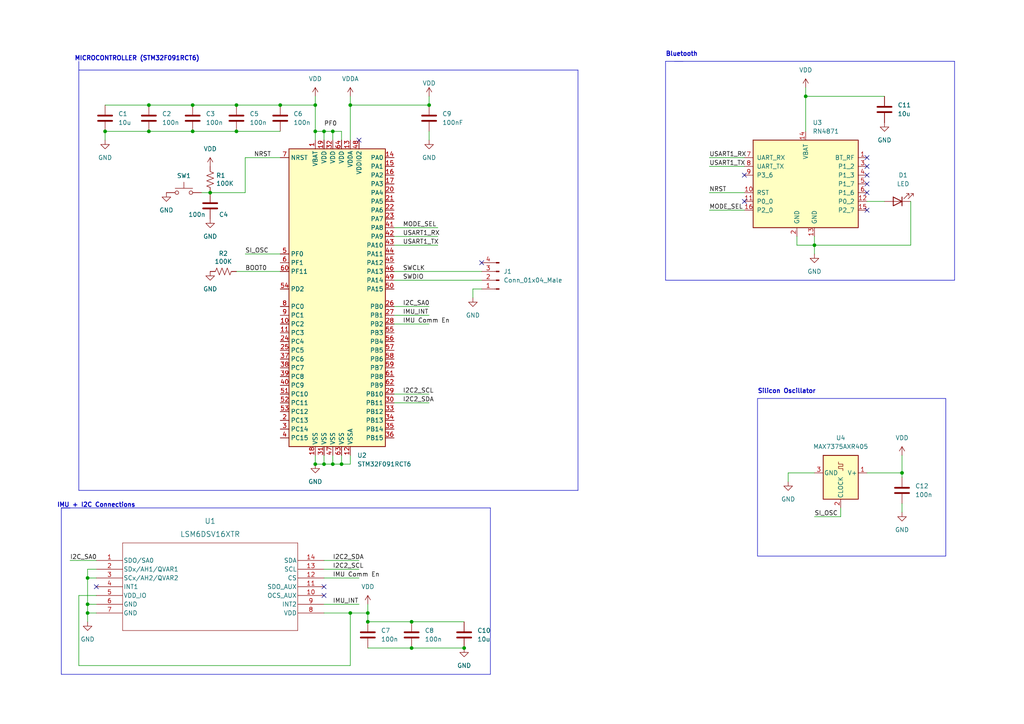
<source format=kicad_sch>
(kicad_sch (version 20230121) (generator eeschema)
  (paper "A4")
  (lib_symbols
    (symbol "Connector:Conn_01x04_Male" (pin_names (offset 1.016) hide)
      (property "Reference" "J" (at 0 5.08 0))
      (property "Value" "Conn_01x04_Male" (at 0 -7.62 0))
      (symbol "Conn_01x04_Male_1_1"
        (polyline (pts (xy 1.27 -5.08) (xy 0.8636 -5.08)) (stroke (width 0.1524)))
        (polyline (pts (xy 1.27 -2.54) (xy 0.8636 -2.54)) (stroke (width 0.1524)))
        (polyline (pts (xy 1.27 0) (xy 0.8636 0)) (stroke (width 0.1524)))
        (polyline (pts (xy 1.27 2.54) (xy 0.8636 2.54)) (stroke (width 0.1524)))
        (rectangle (start 0.8636 -4.953) (end 0 -5.207) (stroke (width 0.1524)) (fill (type outline)))
        (rectangle (start 0.8636 -2.413) (end 0 -2.667) (stroke (width 0.1524)) (fill (type outline)))
        (rectangle (start 0.8636 0.127) (end 0 -0.127) (stroke (width 0.1524)) (fill (type outline)))
        (rectangle (start 0.8636 2.667) (end 0 2.413) (stroke (width 0.1524)) (fill (type outline)))
        (pin passive line (at 5.08 2.54 180) (length 3.81) (name "Pin_1") (number "1"))
        (pin passive line (at 5.08 0 180) (length 3.81) (name "Pin_2") (number "2"))
        (pin passive line (at 5.08 -2.54 180) (length 3.81) (name "Pin_3") (number "3"))
        (pin passive line (at 5.08 -5.08 180) (length 3.81) (name "Pin_4") (number "4"))
      )
    )
    (symbol "Device:C" (pin_numbers hide) (pin_names (offset 0.254))
      (property "Reference" "C" (at 0.635 2.54 0))
      (property "Value" "C" (at 0.635 -2.54 0))
      (symbol "C_0_1"
        (polyline (pts (xy -2.032 -0.762) (xy 2.032 -0.762)) (stroke (width 0.508)))
        (polyline (pts (xy -2.032 0.762) (xy 2.032 0.762)) (stroke (width 0.508)))
      )
      (symbol "C_1_1"
        (pin passive line (at 0 3.81 270) (length 2.794) (name "~") (number "1"))
        (pin passive line (at 0 -3.81 90) (length 2.794) (name "~") (number "2"))
      )
    )
    (symbol "Device:LED" (pin_numbers hide) (pin_names (offset 1.016) hide)
      (property "Reference" "D" (at 0 2.54 0))
      (property "Value" "LED" (at 0 -2.54 0))
      (symbol "LED_0_1"
        (polyline (pts (xy -1.27 -1.27) (xy -1.27 1.27)) (stroke (width 0.254)))
        (polyline (pts (xy -1.27 0) (xy 1.27 0)))
        (polyline (pts (xy 1.27 -1.27) (xy 1.27 1.27) (xy -1.27 0) (xy 1.27 -1.27)) (stroke (width 0.254)))
        (polyline (pts (xy -3.048 -0.762) (xy -4.572 -2.286) (xy -3.81 -2.286) (xy -4.572 -2.286) (xy -4.572 -1.524)))
        (polyline (pts (xy -1.778 -0.762) (xy -3.302 -2.286) (xy -2.54 -2.286) (xy -3.302 -2.286) (xy -3.302 -1.524)))
      )
      (symbol "LED_1_1"
        (pin passive line (at -3.81 0 0) (length 2.54) (name "K") (number "1"))
        (pin passive line (at 3.81 0 180) (length 2.54) (name "A") (number "2"))
      )
    )
    (symbol "Device:R_US" (pin_numbers hide) (pin_names (offset 0))
      (property "Reference" "R" (at 2.54 0 90))
      (property "Value" "R_US" (at -2.54 0 90))
      (symbol "R_US_0_1"
        (polyline (pts (xy 0 -2.286) (xy 0 -2.54)))
        (polyline (pts (xy 0 2.286) (xy 0 2.54)))
        (polyline (pts (xy 0 -0.762) (xy 1.016 -1.143) (xy 0 -1.524) (xy -1.016 -1.905) (xy 0 -2.286)))
        (polyline (pts (xy 0 0.762) (xy 1.016 0.381) (xy 0 0) (xy -1.016 -0.381) (xy 0 -0.762)))
        (polyline (pts (xy 0 2.286) (xy 1.016 1.905) (xy 0 1.524) (xy -1.016 1.143) (xy 0 0.762)))
      )
      (symbol "R_US_1_1"
        (pin passive line (at 0 3.81 270) (length 1.27) (name "~") (number "1"))
        (pin passive line (at 0 -3.81 90) (length 1.27) (name "~") (number "2"))
      )
    )
    (symbol "GND_1" (power) (pin_names (offset 0))
      (property "Value" "GND_1" (at 0 -3.81 0))
      (symbol "GND_1_0_1"
        (polyline (pts (xy 0 0) (xy 0 -1.27) (xy 1.27 -1.27) (xy 0 -2.54) (xy -1.27 -1.27) (xy 0 -1.27)))
      )
      (symbol "GND_1_1_1"
        (pin power_in line (at 0 0 270) (length 0) hide (name "GND") (number "1"))
      )
    )
    (symbol "LSM6DSV16XTR:LSM6DSV16XTR" (pin_names (offset 0.254))
      (property "Reference" "U" (at 33.02 10.16 0))
      (property "Value" "LSM6DSV16XTR" (at 33.02 7.62 0))
      (symbol "LSM6DSV16XTR_0_1"
        (polyline (pts (xy 7.62 -20.32) (xy 58.42 -20.32)) (stroke (width 0.127)))
        (polyline (pts (xy 7.62 5.08) (xy 7.62 -20.32)) (stroke (width 0.127)))
        (polyline (pts (xy 58.42 -20.32) (xy 58.42 5.08)) (stroke (width 0.127)))
        (polyline (pts (xy 58.42 5.08) (xy 7.62 5.08)) (stroke (width 0.127)))
        (pin unspecified line (at 0 0 0) (length 7.62) (name "SDO/SA0") (number "1"))
        (pin unspecified line (at 66.04 -10.16 180) (length 7.62) (name "OCS_AUX") (number "10"))
        (pin unspecified line (at 66.04 -7.62 180) (length 7.62) (name "SDO_AUX") (number "11"))
        (pin unspecified line (at 66.04 -5.08 180) (length 7.62) (name "CS") (number "12"))
        (pin unspecified line (at 66.04 -2.54 180) (length 7.62) (name "SCL") (number "13"))
        (pin unspecified line (at 66.04 0 180) (length 7.62) (name "SDA") (number "14"))
        (pin unspecified line (at 0 -2.54 0) (length 7.62) (name "SDx/AH1/QVAR1") (number "2"))
        (pin unspecified line (at 0 -5.08 0) (length 7.62) (name "SCx/AH2/QVAR2") (number "3"))
        (pin input line (at 0 -7.62 0) (length 7.62) (name "INT1") (number "4"))
        (pin power_in line (at 0 -10.16 0) (length 7.62) (name "VDD_IO") (number "5"))
        (pin power_out line (at 0 -12.7 0) (length 7.62) (name "GND") (number "6"))
        (pin power_out line (at 0 -15.24 0) (length 7.62) (name "GND") (number "7"))
        (pin power_in line (at 66.04 -15.24 180) (length 7.62) (name "VDD") (number "8"))
        (pin input line (at 66.04 -12.7 180) (length 7.62) (name "INT2") (number "9"))
      )
    )
    (symbol "MCU_ST_STM32F0:STM32F091RCTx"
      (property "Reference" "U" (at -15.24 44.45 0))
      (property "Value" "STM32F091RCTx" (at 7.62 44.45 0))
      (symbol "STM32F091RCTx_0_1"
        (rectangle (start -15.24 -43.18) (end 12.7 43.18) (stroke (width 0.254)) (fill (type background)))
      )
      (symbol "STM32F091RCTx_1_1"
        (pin power_in line (at -7.62 45.72 270) (length 2.54) (name "VBAT") (number "1"))
        (pin bidirectional line (at -17.78 -7.62 0) (length 2.54) (name "PC2") (number "10"))
        (pin bidirectional line (at -17.78 -10.16 0) (length 2.54) (name "PC3") (number "11"))
        (pin power_in line (at 2.54 -45.72 90) (length 2.54) (name "VSSA") (number "12"))
        (pin power_in line (at 2.54 45.72 270) (length 2.54) (name "VDDA") (number "13"))
        (pin bidirectional line (at 15.24 40.64 180) (length 2.54) (name "PA0") (number "14"))
        (pin bidirectional line (at 15.24 38.1 180) (length 2.54) (name "PA1") (number "15"))
        (pin bidirectional line (at 15.24 35.56 180) (length 2.54) (name "PA2") (number "16"))
        (pin bidirectional line (at 15.24 33.02 180) (length 2.54) (name "PA3") (number "17"))
        (pin power_in line (at -7.62 -45.72 90) (length 2.54) (name "VSS") (number "18"))
        (pin power_in line (at -5.08 45.72 270) (length 2.54) (name "VDD") (number "19"))
        (pin bidirectional line (at -17.78 -35.56 0) (length 2.54) (name "PC13") (number "2"))
        (pin bidirectional line (at 15.24 30.48 180) (length 2.54) (name "PA4") (number "20"))
        (pin bidirectional line (at 15.24 27.94 180) (length 2.54) (name "PA5") (number "21"))
        (pin bidirectional line (at 15.24 25.4 180) (length 2.54) (name "PA6") (number "22"))
        (pin bidirectional line (at 15.24 22.86 180) (length 2.54) (name "PA7") (number "23"))
        (pin bidirectional line (at -17.78 -12.7 0) (length 2.54) (name "PC4") (number "24"))
        (pin bidirectional line (at -17.78 -15.24 0) (length 2.54) (name "PC5") (number "25"))
        (pin bidirectional line (at 15.24 -2.54 180) (length 2.54) (name "PB0") (number "26"))
        (pin bidirectional line (at 15.24 -5.08 180) (length 2.54) (name "PB1") (number "27"))
        (pin bidirectional line (at 15.24 -7.62 180) (length 2.54) (name "PB2") (number "28"))
        (pin bidirectional line (at 15.24 -27.94 180) (length 2.54) (name "PB10") (number "29"))
        (pin bidirectional line (at -17.78 -38.1 0) (length 2.54) (name "PC14") (number "3"))
        (pin bidirectional line (at 15.24 -30.48 180) (length 2.54) (name "PB11") (number "30"))
        (pin power_in line (at -5.08 -45.72 90) (length 2.54) (name "VSS") (number "31"))
        (pin power_in line (at -2.54 45.72 270) (length 2.54) (name "VDD") (number "32"))
        (pin bidirectional line (at 15.24 -33.02 180) (length 2.54) (name "PB12") (number "33"))
        (pin bidirectional line (at 15.24 -35.56 180) (length 2.54) (name "PB13") (number "34"))
        (pin bidirectional line (at 15.24 -38.1 180) (length 2.54) (name "PB14") (number "35"))
        (pin bidirectional line (at 15.24 -40.64 180) (length 2.54) (name "PB15") (number "36"))
        (pin bidirectional line (at -17.78 -17.78 0) (length 2.54) (name "PC6") (number "37"))
        (pin bidirectional line (at -17.78 -20.32 0) (length 2.54) (name "PC7") (number "38"))
        (pin bidirectional line (at -17.78 -22.86 0) (length 2.54) (name "PC8") (number "39"))
        (pin bidirectional line (at -17.78 -40.64 0) (length 2.54) (name "PC15") (number "4"))
        (pin bidirectional line (at -17.78 -25.4 0) (length 2.54) (name "PC9") (number "40"))
        (pin bidirectional line (at 15.24 20.32 180) (length 2.54) (name "PA8") (number "41"))
        (pin bidirectional line (at 15.24 17.78 180) (length 2.54) (name "PA9") (number "42"))
        (pin bidirectional line (at 15.24 15.24 180) (length 2.54) (name "PA10") (number "43"))
        (pin bidirectional line (at 15.24 12.7 180) (length 2.54) (name "PA11") (number "44"))
        (pin bidirectional line (at 15.24 10.16 180) (length 2.54) (name "PA12") (number "45"))
        (pin bidirectional line (at 15.24 7.62 180) (length 2.54) (name "PA13") (number "46"))
        (pin power_in line (at -2.54 -45.72 90) (length 2.54) (name "VSS") (number "47"))
        (pin power_in line (at 5.08 45.72 270) (length 2.54) (name "VDDIO2") (number "48"))
        (pin bidirectional line (at 15.24 5.08 180) (length 2.54) (name "PA14") (number "49"))
        (pin input line (at -17.78 12.7 0) (length 2.54) (name "PF0") (number "5"))
        (pin bidirectional line (at 15.24 2.54 180) (length 2.54) (name "PA15") (number "50"))
        (pin bidirectional line (at -17.78 -27.94 0) (length 2.54) (name "PC10") (number "51"))
        (pin bidirectional line (at -17.78 -30.48 0) (length 2.54) (name "PC11") (number "52"))
        (pin bidirectional line (at -17.78 -33.02 0) (length 2.54) (name "PC12") (number "53"))
        (pin bidirectional line (at -17.78 2.54 0) (length 2.54) (name "PD2") (number "54"))
        (pin bidirectional line (at 15.24 -10.16 180) (length 2.54) (name "PB3") (number "55"))
        (pin bidirectional line (at 15.24 -12.7 180) (length 2.54) (name "PB4") (number "56"))
        (pin bidirectional line (at 15.24 -15.24 180) (length 2.54) (name "PB5") (number "57"))
        (pin bidirectional line (at 15.24 -17.78 180) (length 2.54) (name "PB6") (number "58"))
        (pin bidirectional line (at 15.24 -20.32 180) (length 2.54) (name "PB7") (number "59"))
        (pin input line (at -17.78 10.16 0) (length 2.54) (name "PF1") (number "6"))
        (pin bidirectional line (at -17.78 7.62 0) (length 2.54) (name "PF11") (number "60"))
        (pin bidirectional line (at 15.24 -22.86 180) (length 2.54) (name "PB8") (number "61"))
        (pin bidirectional line (at 15.24 -25.4 180) (length 2.54) (name "PB9") (number "62"))
        (pin power_in line (at 0 -45.72 90) (length 2.54) (name "VSS") (number "63"))
        (pin power_in line (at 0 45.72 270) (length 2.54) (name "VDD") (number "64"))
        (pin input line (at -17.78 40.64 0) (length 2.54) (name "NRST") (number "7"))
        (pin bidirectional line (at -17.78 -2.54 0) (length 2.54) (name "PC0") (number "8"))
        (pin bidirectional line (at -17.78 -5.08 0) (length 2.54) (name "PC1") (number "9"))
      )
    )
    (symbol "Oscillator:MAX7375AXR405" (pin_names (offset 0.254))
      (property "Reference" "U" (at -2.54 6.35 0))
      (property "Value" "MAX7375AXR405" (at 1.27 -6.35 0))
      (symbol "MAX7375AXR405_0_1"
        (rectangle (start -5.08 5.08) (end 7.62 -5.08) (stroke (width 0.254)) (fill (type background)))
        (polyline (pts (xy -3.175 -0.635) (xy -2.54 -0.635) (xy -2.54 0.635) (xy -1.905 0.635) (xy -1.905 -0.635) (xy -1.27 -0.635) (xy -1.27 0.635) (xy -0.635 0.635)))
      )
      (symbol "MAX7375AXR405_1_1"
        (pin power_in line (at 0 7.62 270) (length 2.54) (name "V+") (number "1"))
        (pin output line (at 10.16 0 180) (length 2.54) (name "CLOCK") (number "2"))
        (pin power_in line (at 0 -7.62 90) (length 2.54) (name "GND") (number "3"))
      )
    )
    (symbol "RF_Bluetooth:RN4871" (pin_names (offset 1.016))
      (property "Reference" "U" (at -12.7 13.97 0))
      (property "Value" "RN4871" (at 11.43 -15.24 0))
      (symbol "RN4871_0_1"
        (rectangle (start -15.24 12.7) (end 15.24 -12.7) (stroke (width 0.254)) (fill (type background)))
      )
      (symbol "RN4871_1_1"
        (pin output line (at 17.78 7.62 180) (length 2.54) (name "BT_RF") (number "1"))
        (pin input line (at -17.78 -2.54 0) (length 2.54) (name "RST") (number "10"))
        (pin bidirectional line (at -17.78 -5.08 0) (length 2.54) (name "P0_0") (number "11"))
        (pin bidirectional line (at 17.78 -5.08 180) (length 2.54) (name "P0_2") (number "12"))
        (pin power_in line (at 2.54 -15.24 90) (length 2.54) (name "GND") (number "13"))
        (pin power_in line (at 0 15.24 270) (length 2.54) (name "VBAT") (number "14"))
        (pin bidirectional line (at 17.78 -7.62 180) (length 2.54) (name "P2_7") (number "15"))
        (pin input line (at -17.78 -7.62 0) (length 2.54) (name "P2_0") (number "16"))
        (pin power_in line (at -2.54 -15.24 90) (length 2.54) (name "GND") (number "2"))
        (pin bidirectional line (at 17.78 5.08 180) (length 2.54) (name "P1_2") (number "3"))
        (pin bidirectional line (at 17.78 2.54 180) (length 2.54) (name "P1_3") (number "4"))
        (pin bidirectional line (at 17.78 0 180) (length 2.54) (name "P1_7") (number "5"))
        (pin bidirectional line (at 17.78 -2.54 180) (length 2.54) (name "P1_6") (number "6"))
        (pin input line (at -17.78 7.62 0) (length 2.54) (name "UART_RX") (number "7"))
        (pin output line (at -17.78 5.08 0) (length 2.54) (name "UART_TX") (number "8"))
        (pin bidirectional line (at -17.78 2.54 0) (length 2.54) (name "P3_6") (number "9"))
      )
    )
    (symbol "Switch:SW_Push" (pin_numbers hide) (pin_names (offset 1.016) hide)
      (property "Reference" "SW" (at 1.27 2.54 0))
      (property "Value" "SW_Push" (at 0 -1.524 0))
      (symbol "SW_Push_0_1"
        (circle (center -2.032 0) (radius 0.508))
        (polyline (pts (xy 0 1.27) (xy 0 3.048)))
        (polyline (pts (xy 2.54 1.27) (xy -2.54 1.27)))
        (circle (center 2.032 0) (radius 0.508))
        (pin passive line (at -5.08 0 0) (length 2.54) (name "1") (number "1"))
        (pin passive line (at 5.08 0 180) (length 2.54) (name "2") (number "2"))
      )
    )
    (symbol "VDD_1" (power) (pin_names (offset 0))
      (property "Value" "VDD_1" (at 0 3.81 0))
      (symbol "VDD_1_0_1"
        (polyline (pts (xy -0.762 1.27) (xy 0 2.54)))
        (polyline (pts (xy 0 0) (xy 0 2.54)))
        (polyline (pts (xy 0 2.54) (xy 0.762 1.27)))
      )
      (symbol "VDD_1_1_1"
        (pin power_in line (at 0 0 90) (length 0) hide (name "VDD") (number "1"))
      )
    )
    (symbol "power:GND" (power) (pin_names (offset 0))
      (property "Value" "GND" (at 0 -3.81 0))
      (symbol "GND_0_1"
        (polyline (pts (xy 0 0) (xy 0 -1.27) (xy 1.27 -1.27) (xy 0 -2.54) (xy -1.27 -1.27) (xy 0 -1.27)))
      )
      (symbol "GND_1_1"
        (pin power_in line (at 0 0 270) (length 0) hide (name "GND") (number "1"))
      )
    )
    (symbol "power:VDD" (power) (pin_names (offset 0))
      (property "Value" "VDD" (at 0 3.81 0))
      (symbol "VDD_0_1"
        (polyline (pts (xy -0.762 1.27) (xy 0 2.54)))
        (polyline (pts (xy 0 0) (xy 0 2.54)))
        (polyline (pts (xy 0 2.54) (xy 0.762 1.27)))
      )
      (symbol "VDD_1_1"
        (pin power_in line (at 0 0 90) (length 0) hide (name "VDD") (number "1"))
      )
    )
    (symbol "power:VDDA" (power) (pin_names (offset 0))
      (property "Value" "VDDA" (at 0 3.81 0))
      (symbol "VDDA_0_1"
        (polyline (pts (xy -0.762 1.27) (xy 0 2.54)))
        (polyline (pts (xy 0 0) (xy 0 2.54)))
        (polyline (pts (xy 0 2.54) (xy 0.762 1.27)))
      )
      (symbol "VDDA_1_1"
        (pin power_in line (at 0 0 90) (length 0) hide (name "VDDA") (number "1"))
      )
    )
  )
  (junction (at 91.44 38.1))
  (junction (at 30.48 38.1))
  (junction (at 96.52 134.62))
  (junction (at 68.58 30.48))
  (junction (at 96.52 38.1))
  (junction (at 101.6 177.8))
  (junction (at 60.96 55.88))
  (junction (at 91.44 134.62))
  (junction (at 119.38 187.96))
  (junction (at 99.06 134.62))
  (junction (at 25.4 175.26))
  (junction (at 261.62 137.16))
  (junction (at 236.22 71.12))
  (junction (at 106.68 177.8))
  (junction (at 43.18 30.48))
  (junction (at 124.46 30.48))
  (junction (at 68.58 38.1))
  (junction (at 81.28 30.48))
  (junction (at 43.18 38.1))
  (junction (at 25.4 177.8))
  (junction (at 101.6 30.48))
  (junction (at 233.68 27.94))
  (junction (at 55.88 30.48))
  (junction (at 55.88 38.1))
  (junction (at 91.44 30.48))
  (junction (at 25.4 167.64))
  (junction (at 106.68 180.34))
  (junction (at 134.62 187.96))
  (junction (at 93.98 134.62))
  (junction (at 119.38 180.34))
  (junction (at 93.98 38.1))
  (no_connect (at 251.46 48.26))
  (no_connect (at 251.46 60.96))
  (no_connect (at 251.46 50.8))
  (no_connect (at 251.46 53.34))
  (no_connect (at 251.46 55.88))
  (no_connect (at 93.98 170.18))
  (no_connect (at 104.14 40.64))
  (no_connect (at 27.94 170.18))
  (no_connect (at 251.46 45.72))
  (no_connect (at 215.9 50.8))
  (no_connect (at 139.7 76.2))
  (no_connect (at 93.98 172.72))
  (no_connect (at 215.9 58.42))
  (wire (pts (xy 55.88 30.48) (xy 68.58 30.48)))
  (wire (pts (xy 205.74 48.26) (xy 215.9 48.26)))
  (wire (pts (xy 114.3 91.44) (xy 124.46 91.44)))
  (polyline (pts (xy 142.24 147.32) (xy 142.24 195.58)))
  (wire (pts (xy 93.98 165.1) (xy 104.14 165.1)))
  (wire (pts (xy 119.38 180.34) (xy 134.62 180.34)))
  (wire (pts (xy 261.62 146.05) (xy 261.62 148.59)))
  (wire (pts (xy 251.46 58.42) (xy 256.54 58.42)))
  (wire (pts (xy 99.06 40.64) (xy 99.06 38.1)))
  (wire (pts (xy 264.16 71.12) (xy 236.22 71.12)))
  (wire (pts (xy 25.4 177.8) (xy 27.94 177.8)))
  (wire (pts (xy 233.68 27.94) (xy 256.54 27.94)))
  (wire (pts (xy 106.68 187.96) (xy 119.38 187.96)))
  (wire (pts (xy 93.98 177.8) (xy 101.6 177.8)))
  (wire (pts (xy 91.44 38.1) (xy 91.44 40.64)))
  (wire (pts (xy 96.52 38.1) (xy 93.98 38.1)))
  (wire (pts (xy 68.58 38.1) (xy 81.28 38.1)))
  (wire (pts (xy 43.18 30.48) (xy 55.88 30.48)))
  (wire (pts (xy 60.96 55.88) (xy 71.12 55.88)))
  (wire (pts (xy 93.98 40.64) (xy 93.98 38.1)))
  (wire (pts (xy 106.68 180.34) (xy 119.38 180.34)))
  (wire (pts (xy 261.62 137.16) (xy 261.62 132.08)))
  (wire (pts (xy 101.6 177.8) (xy 106.68 177.8)))
  (wire (pts (xy 124.46 38.1) (xy 124.46 40.64)))
  (polyline (pts (xy 17.78 147.32) (xy 142.24 147.32)))
  (wire (pts (xy 71.12 73.66) (xy 81.28 73.66)))
  (wire (pts (xy 137.16 83.82) (xy 137.16 86.36)))
  (wire (pts (xy 93.98 132.08) (xy 93.98 134.62)))
  (wire (pts (xy 114.3 71.12) (xy 127 71.12)))
  (wire (pts (xy 25.4 175.26) (xy 27.94 175.26)))
  (wire (pts (xy 96.52 132.08) (xy 96.52 134.62)))
  (wire (pts (xy 233.68 25.4) (xy 233.68 27.94)))
  (wire (pts (xy 233.68 27.94) (xy 233.68 38.1)))
  (wire (pts (xy 91.44 132.08) (xy 91.44 134.62)))
  (wire (pts (xy 243.84 147.32) (xy 243.84 149.86)))
  (wire (pts (xy 101.6 134.62) (xy 99.06 134.62)))
  (wire (pts (xy 25.4 175.26) (xy 25.4 177.8)))
  (wire (pts (xy 139.7 83.82) (xy 137.16 83.82)))
  (wire (pts (xy 261.62 138.43) (xy 261.62 137.16)))
  (wire (pts (xy 91.44 27.94) (xy 91.44 30.48)))
  (wire (pts (xy 124.46 27.94) (xy 124.46 30.48)))
  (polyline (pts (xy 276.86 17.78) (xy 276.86 81.28)))
  (wire (pts (xy 68.58 30.48) (xy 81.28 30.48)))
  (wire (pts (xy 114.3 88.9) (xy 124.46 88.9)))
  (wire (pts (xy 96.52 134.62) (xy 93.98 134.62)))
  (wire (pts (xy 93.98 167.64) (xy 104.14 167.64)))
  (wire (pts (xy 101.6 30.48) (xy 101.6 40.64)))
  (polyline (pts (xy 22.86 20.32) (xy 167.64 20.32)))
  (wire (pts (xy 106.68 177.8) (xy 106.68 175.26)))
  (wire (pts (xy 20.32 162.56) (xy 27.94 162.56)))
  (wire (pts (xy 228.6 137.16) (xy 228.6 139.7)))
  (wire (pts (xy 30.48 38.1) (xy 43.18 38.1)))
  (wire (pts (xy 93.98 175.26) (xy 104.14 175.26)))
  (wire (pts (xy 25.4 177.8) (xy 25.4 180.34)))
  (wire (pts (xy 25.4 167.64) (xy 25.4 175.26)))
  (wire (pts (xy 30.48 30.48) (xy 43.18 30.48)))
  (wire (pts (xy 101.6 193.04) (xy 101.6 177.8)))
  (wire (pts (xy 30.48 38.1) (xy 30.48 40.64)))
  (polyline (pts (xy 17.78 147.32) (xy 20.32 147.32)))
  (wire (pts (xy 251.46 137.16) (xy 261.62 137.16)))
  (wire (pts (xy 91.44 30.48) (xy 91.44 38.1)))
  (wire (pts (xy 236.22 73.66) (xy 236.22 71.12)))
  (wire (pts (xy 99.06 132.08) (xy 99.06 134.62)))
  (wire (pts (xy 114.3 66.04) (xy 127 66.04)))
  (wire (pts (xy 231.14 68.58) (xy 231.14 71.12)))
  (wire (pts (xy 236.22 137.16) (xy 228.6 137.16)))
  (wire (pts (xy 205.74 45.72) (xy 215.9 45.72)))
  (wire (pts (xy 114.3 68.58) (xy 127 68.58)))
  (wire (pts (xy 205.74 60.96) (xy 215.9 60.96)))
  (wire (pts (xy 205.74 55.88) (xy 215.9 55.88)))
  (wire (pts (xy 106.68 177.8) (xy 106.68 180.34)))
  (polyline (pts (xy 142.24 195.58) (xy 17.78 195.58)))
  (polyline (pts (xy 276.86 81.28) (xy 193.04 81.28)))
  (wire (pts (xy 231.14 71.12) (xy 236.22 71.12)))
  (wire (pts (xy 25.4 167.64) (xy 27.94 167.64)))
  (wire (pts (xy 114.3 93.98) (xy 124.46 93.98)))
  (wire (pts (xy 71.12 45.72) (xy 81.28 45.72)))
  (polyline (pts (xy 22.86 17.78) (xy 22.86 142.24)))
  (wire (pts (xy 27.94 172.72) (xy 22.86 172.72)))
  (wire (pts (xy 101.6 30.48) (xy 124.46 30.48)))
  (polyline (pts (xy 193.04 81.28) (xy 193.04 17.78)))
  (wire (pts (xy 114.3 114.3) (xy 124.46 114.3)))
  (polyline (pts (xy 195.58 17.78) (xy 276.86 17.78)))
  (wire (pts (xy 93.98 162.56) (xy 104.14 162.56)))
  (polyline (pts (xy 193.04 17.78) (xy 198.12 17.78)))
  (wire (pts (xy 22.86 172.72) (xy 22.86 193.04)))
  (wire (pts (xy 114.3 81.28) (xy 139.7 81.28)))
  (polyline (pts (xy 167.64 20.32) (xy 167.64 142.24)))
  (wire (pts (xy 99.06 134.62) (xy 96.52 134.62)))
  (wire (pts (xy 81.28 30.48) (xy 91.44 30.48)))
  (wire (pts (xy 114.3 116.84) (xy 124.46 116.84)))
  (wire (pts (xy 119.38 187.96) (xy 134.62 187.96)))
  (wire (pts (xy 27.94 165.1) (xy 25.4 165.1)))
  (wire (pts (xy 68.58 78.74) (xy 81.28 78.74)))
  (polyline (pts (xy 17.78 195.58) (xy 17.78 147.32)))
  (wire (pts (xy 58.42 55.88) (xy 60.96 55.88)))
  (wire (pts (xy 236.22 68.58) (xy 236.22 71.12)))
  (wire (pts (xy 55.88 38.1) (xy 68.58 38.1)))
  (wire (pts (xy 99.06 38.1) (xy 96.52 38.1)))
  (wire (pts (xy 43.18 38.1) (xy 55.88 38.1)))
  (wire (pts (xy 71.12 45.72) (xy 71.12 55.88)))
  (wire (pts (xy 114.3 78.74) (xy 139.7 78.74)))
  (wire (pts (xy 93.98 134.62) (xy 91.44 134.62)))
  (wire (pts (xy 93.98 38.1) (xy 91.44 38.1)))
  (wire (pts (xy 236.22 149.86) (xy 243.84 149.86)))
  (wire (pts (xy 101.6 132.08) (xy 101.6 134.62)))
  (wire (pts (xy 22.86 193.04) (xy 101.6 193.04)))
  (wire (pts (xy 96.52 40.64) (xy 96.52 38.1)))
  (wire (pts (xy 25.4 165.1) (xy 25.4 167.64)))
  (wire (pts (xy 101.6 27.94) (xy 101.6 30.48)))
  (wire (pts (xy 264.16 58.42) (xy 264.16 71.12)))
  (polyline (pts (xy 167.64 142.24) (xy 22.86 142.24)))
  (rectangle (start 219.71 115.57) (end 274.32 161.29))
  (text "IMU + I2C Connections" (at 16.51 147.32 0) (effects (font (size 1.27 1.27) (thickness 0.254) bold) (justify left bottom)))
  (text "MICROCONTROLLER (STM32F091RCT6)" (at 21.59 17.78 0) (effects (font (size 1.27 1.27) (thickness 0.254) bold) (justify left bottom)))
  (text "Bluetooth " (at 193.04 16.51 0) (effects (font (size 1.27 1.27) (thickness 0.254) bold) (justify left bottom)))
  (text "Silicon Oscillator" (at 219.71 114.3 0) (effects (font (size 1.27 1.27) (thickness 0.254) bold) (justify left bottom)))
  (label "NRST" (at 205.74 55.88 0))
  (label "IMU_INT" (at 96.52 175.26 0))
  (label "PF0" (at 93.98 36.83 0))
  (label "IMU Comm En" (at 96.52 167.64 0))
  (label "I2C_SA0" (at 20.32 162.56 0))
  (label "NRST" (at 73.66 45.72 0))
  (label "MODE_SEL" (at 205.74 60.96 0))
  (label "USART1_RX" (at 116.84 68.58 0))
  (label "I2C2_SCL" (at 0.0001 32687.1312 0))
  (label "SWDIO" (at 116.84 81.28 0))
  (label "USART1_TX" (at 116.84 71.12 0))
  (label "BOOT0" (at 71.12 78.74 0))
  (label "I2C_SA0" (at 116.84 88.9 0))
  (label "MODE_SEL" (at 116.84 66.04 0))
  (label "I2C2_SDA" (at 96.52 162.56 0))
  (label "SI_OSC" (at 71.12 73.66 0))
  (label "IMU_INT" (at 116.84 91.44 0))
  (label "SI_OSC" (at 236.22 149.86 0))
  (label "USART1_TX" (at 205.74 48.26 0))
  (label "I2C2_SDA" (at 116.84 116.84 0))
  (label "USART1_RX" (at 205.74 45.72 0))
  (label "I2C2_SCL" (at 116.84 114.3 0))
  (label "IMU Comm En" (at 116.84 93.98 0))
  (label "SWCLK" (at 116.84 78.74 0))
  (label "I2C2_SCL" (at 96.52 165.1 0))
  (symbol (lib_id "Device:C") (at 81.28 34.29 0) (unit 1)
    (property "Reference" "C6" (at 85.09 33.0199 0) (effects (justify left)))
    (property "Value" "100n" (at 85.09 35.5599 0) (effects (justify left)))
    (property "Footprint" "Capacitor_SMD:C_0402_1005Metric" (effects hide))
  )
  (symbol (lib_name "VDD_1") (lib_id "power:VDD") (at 261.62 132.08 0) (unit 1)
    (property "Reference" "#PWR019" (effects hide))
    (property "Value" "VDD" (at 261.62 127 0))
  )
  (symbol (lib_id "Device:R_US") (at 64.77 78.74 270) (unit 1)
    (property "Reference" "R2" (at 64.77 73.533 90))
    (property "Value" "100K" (at 64.77 75.8444 90))
    (property "Footprint" "Resistor_SMD:R_0805_2012Metric" (effects hide))
  )
  (symbol (lib_id "power:GND") (at 236.22 73.66 0) (unit 1)
    (property "Reference" "#PWR017" (effects hide))
    (property "Value" "GND" (at 236.22 78.74 0))
  )
  (symbol (lib_id "Device:C") (at 68.58 34.29 0) (unit 1)
    (property "Reference" "C5" (at 72.39 33.02 0) (effects (justify left)))
    (property "Value" "100n" (at 72.39 35.56 0) (effects (justify left)))
    (property "Footprint" "Capacitor_SMD:C_0402_1005Metric" (effects hide))
  )
  (symbol (lib_id "power:GND") (at 137.16 86.36 0) (unit 1)
    (property "Reference" "#PWR014" (effects hide))
    (property "Value" "GND" (at 137.16 91.44 0))
  )
  (symbol (lib_id "power:VDD") (at 106.68 175.26 0) (unit 1)
    (property "Reference" "#PWR010" (effects hide))
    (property "Value" "VDD" (at 106.68 170.18 0))
  )
  (symbol (lib_id "power:GND") (at 256.54 35.56 0) (unit 1)
    (property "Reference" "#PWR018" (effects hide))
    (property "Value" "GND" (at 256.54 40.64 0))
  )
  (symbol (lib_id "power:VDD") (at 60.96 48.26 0) (unit 1)
    (property "Reference" "#PWR04" (effects hide))
    (property "Value" "VDD" (at 60.96 43.18 0))
  )
  (symbol (lib_id "RF_Bluetooth:RN4871") (at 233.68 53.34 0) (unit 1)
    (property "Reference" "U3" (at 235.6994 35.56 0) (effects (justify left)))
    (property "Value" "RN4871" (at 235.6994 38.1 0) (effects (justify left)))
    (property "Footprint" "RF_Module:Microchip_RN4871" (effects hide))
    (property "Datasheet" "http://ww1.microchip.com/downloads/en/DeviceDoc/50002489A.pdf" (effects hide))
  )
  (symbol (lib_id "Oscillator:MAX7375AXR405") (at 243.84 137.16 270) (unit 1)
    (property "Reference" "U4" (at 243.84 127 90))
    (property "Value" "MAX7375AXR405" (at 243.84 129.54 90))
    (property "Footprint" "Package_TO_SOT_SMD:SOT-323_SC-70" (effects hide))
    (property "Datasheet" "https://datasheets.maximintegrated.com/en/ds/MAX7375.pdf" (effects hide))
  )
  (symbol (lib_id "Device:C") (at 119.38 184.15 0) (unit 1)
    (property "Reference" "C8" (at 123.19 182.8799 0) (effects (justify left)))
    (property "Value" "100n" (at 123.19 185.4199 0) (effects (justify left)))
    (property "Footprint" "Capacitor_SMD:C_0402_1005Metric" (effects hide))
  )
  (symbol (lib_id "Device:C") (at 30.48 34.29 0) (unit 1)
    (property "Reference" "C1" (at 34.29 33.0199 0) (effects (justify left)))
    (property "Value" "10u" (at 34.29 35.5599 0) (effects (justify left)))
    (property "Footprint" "Capacitor_SMD:C_0603_1608Metric" (effects hide))
  )
  (symbol (lib_id "Device:C") (at 106.68 184.15 0) (unit 1)
    (property "Reference" "C7" (at 110.49 182.8799 0) (effects (justify left)))
    (property "Value" "100n" (at 110.49 185.4199 0) (effects (justify left)))
    (property "Footprint" "Capacitor_SMD:C_0402_1005Metric" (effects hide))
  )
  (symbol (lib_id "power:GND") (at 60.96 63.5 0) (unit 1)
    (property "Reference" "#PWR05" (effects hide))
    (property "Value" "GND" (at 60.96 68.58 0))
  )
  (symbol (lib_name "GND_1") (lib_id "power:GND") (at 261.62 148.59 0) (unit 1)
    (property "Reference" "#PWR020" (effects hide))
    (property "Value" "GND" (at 261.62 153.67 0))
  )
  (symbol (lib_id "Device:C") (at 124.46 34.29 0) (unit 1)
    (property "Reference" "C9" (at 128.27 33.02 0) (effects (justify left)))
    (property "Value" "100nF" (at 128.27 35.56 0) (effects (justify left)))
    (property "Footprint" "Capacitor_SMD:C_0402_1005Metric" (effects hide))
  )
  (symbol (lib_id "power:VDDA") (at 101.6 27.94 0) (unit 1)
    (property "Reference" "#PWR09" (effects hide))
    (property "Value" "VDDA" (at 101.6 22.86 0))
  )
  (symbol (lib_id "Device:C") (at 134.62 184.15 0) (unit 1)
    (property "Reference" "C10" (at 138.43 182.8799 0) (effects (justify left)))
    (property "Value" "10u" (at 138.43 185.4199 0) (effects (justify left)))
    (property "Footprint" "Capacitor_SMD:C_0603_1608Metric" (effects hide))
  )
  (symbol (lib_name "GND_1") (lib_id "power:GND") (at 228.6 139.7 0) (unit 1)
    (property "Reference" "#PWR015" (effects hide))
    (property "Value" "GND" (at 228.6 144.78 0))
  )
  (symbol (lib_id "power:VDD") (at 124.46 27.94 0) (unit 1)
    (property "Reference" "#PWR011" (effects hide))
    (property "Value" "VDD" (at 124.46 24.13 0))
  )
  (symbol (lib_id "power:GND") (at 60.96 78.74 0) (unit 1)
    (property "Reference" "#PWR06" (effects hide))
    (property "Value" "GND" (at 60.96 83.82 0))
  )
  (symbol (lib_id "Device:R_US") (at 60.96 52.07 0) (unit 1)
    (property "Reference" "R1" (at 62.6872 50.9016 0) (effects (justify left)))
    (property "Value" "100K" (at 62.6872 53.213 0) (effects (justify left)))
    (property "Footprint" "Resistor_SMD:R_0805_2012Metric" (effects hide))
  )
  (symbol (lib_id "MCU_ST_STM32F0:STM32F091RCTx") (at 99.06 86.36 0) (unit 1)
    (property "Reference" "U2" (at 103.6194 132.08 0) (effects (justify left)))
    (property "Value" "STM32F091RCT6" (at 103.6194 134.62 0) (effects (justify left)))
    (property "Footprint" "Package_QFP:LQFP-64_10x10mm_P0.5mm" (effects hide))
    (property "Datasheet" "http://www.st.com/st-web-ui/static/active/en/resource/technical/document/datasheet/DM00115237.pdf" (effects hide))
  )
  (symbol (lib_id "Device:C") (at 261.62 142.24 0) (unit 1)
    (property "Reference" "C12" (at 265.43 140.97 0) (effects (justify left)))
    (property "Value" "100n" (at 265.43 143.51 0) (effects (justify left)))
    (property "Footprint" "Capacitor_SMD:C_0402_1005Metric" (effects hide))
  )
  (symbol (lib_id "power:VDD") (at 233.68 25.4 0) (unit 1)
    (property "Reference" "#PWR016" (effects hide))
    (property "Value" "VDD" (at 233.68 20.32 0))
  )
  (symbol (lib_id "LSM6DSV16XTR:LSM6DSV16XTR") (at 27.94 162.56 0) (unit 1)
    (property "Reference" "U1" (at 60.96 151.13 0) (effects (font (size 1.524 1.524))))
    (property "Value" "LSM6DSV16XTR" (at 60.96 154.94 0) (effects (font (size 1.524 1.524))))
    (property "Footprint" "footprints:LGA14L_LSM6_STM" (effects hide))
    (property "Datasheet" "LSM6DSV16XTR" (effects hide))
  )
  (symbol (lib_id "power:GND") (at 48.26 55.88 0) (unit 1)
    (property "Reference" "#PWR03" (effects hide))
    (property "Value" "GND" (at 48.26 60.96 0))
  )
  (symbol (lib_id "power:VDD") (at 91.44 27.94 0) (unit 1)
    (property "Reference" "#PWR07" (effects hide))
    (property "Value" "VDD" (at 91.44 22.86 0))
  )
  (symbol (lib_id "Switch:SW_Push") (at 53.34 55.88 0) (unit 1)
    (property "Reference" "SW1" (at 53.34 50.9778 0))
    (property "Value" "SW_Push" (effects hide))
    (property "Footprint" "Button_Switch_SMD:SW_SPST_Omron_B3FS-100xP" (effects hide))
  )
  (symbol (lib_id "power:GND") (at 25.4 180.34 0) (unit 1)
    (property "Reference" "#PWR01" (effects hide))
    (property "Value" "GND" (at 25.4 185.42 0))
  )
  (symbol (lib_id "Device:C") (at 256.54 31.75 0) (unit 1)
    (property "Reference" "C11" (at 260.35 30.4799 0) (effects (justify left)))
    (property "Value" "10u" (at 260.35 33.0199 0) (effects (justify left)))
    (property "Footprint" "Capacitor_SMD:C_0603_1608Metric" (effects hide))
  )
  (symbol (lib_id "Device:C") (at 55.88 34.29 0) (unit 1)
    (property "Reference" "C3" (at 59.69 33.0199 0) (effects (justify left)))
    (property "Value" "100n" (at 59.69 35.5599 0) (effects (justify left)))
    (property "Footprint" "Capacitor_SMD:C_0402_1005Metric" (effects hide))
  )
  (symbol (lib_id "Device:LED") (at 260.35 58.42 180) (unit 1)
    (property "Reference" "D1" (at 261.9375 50.8 0))
    (property "Value" "LED" (at 261.9375 53.34 0))
    (property "Footprint" "LED_SMD:LED_0201_0603Metric" (effects hide))
  )
  (symbol (lib_id "power:GND") (at 91.44 134.62 0) (unit 1)
    (property "Reference" "#PWR08" (effects hide))
    (property "Value" "GND" (at 91.44 139.7 0))
  )
  (symbol (lib_id "Connector:Conn_01x04_Male") (at 144.78 81.28 180) (unit 1)
    (property "Reference" "J1" (at 146.05 78.7399 0) (effects (justify right)))
    (property "Value" "Conn_01x04_Male" (at 146.05 81.2799 0) (effects (justify right)))
    (property "Footprint" "4PinConnector:2MMHBS04VT02HTB" (effects hide))
  )
  (symbol (lib_id "power:GND") (at 30.48 40.64 0) (unit 1)
    (property "Reference" "#PWR02" (effects hide))
    (property "Value" "GND" (at 30.48 45.72 0))
  )
  (symbol (lib_id "power:GND") (at 124.46 40.64 0) (unit 1)
    (property "Reference" "#PWR012" (effects hide))
    (property "Value" "GND" (at 124.46 45.72 0))
  )
  (symbol (lib_id "power:GND") (at 134.62 187.96 0) (unit 1)
    (property "Reference" "#PWR013" (effects hide))
    (property "Value" "GND" (at 134.62 193.04 0))
  )
  (symbol (lib_id "Device:C") (at 60.96 59.69 0) (unit 1)
    (property "Reference" "C4" (at 63.5 62.23 0) (effects (justify left)))
    (property "Value" "100n" (at 54.61 62.23 0) (effects (justify left)))
    (property "Footprint" "Capacitor_SMD:C_0402_1005Metric" (effects hide))
  )
  (symbol (lib_id "Device:C") (at 43.18 34.29 0) (unit 1)
    (property "Reference" "C2" (at 46.99 33.0199 0) (effects (justify left)))
    (property "Value" "100n" (at 46.99 35.5599 0) (effects (justify left)))
    (property "Footprint" "Capacitor_SMD:C_0402_1005Metric" (effects hide))
  )
)
</source>
